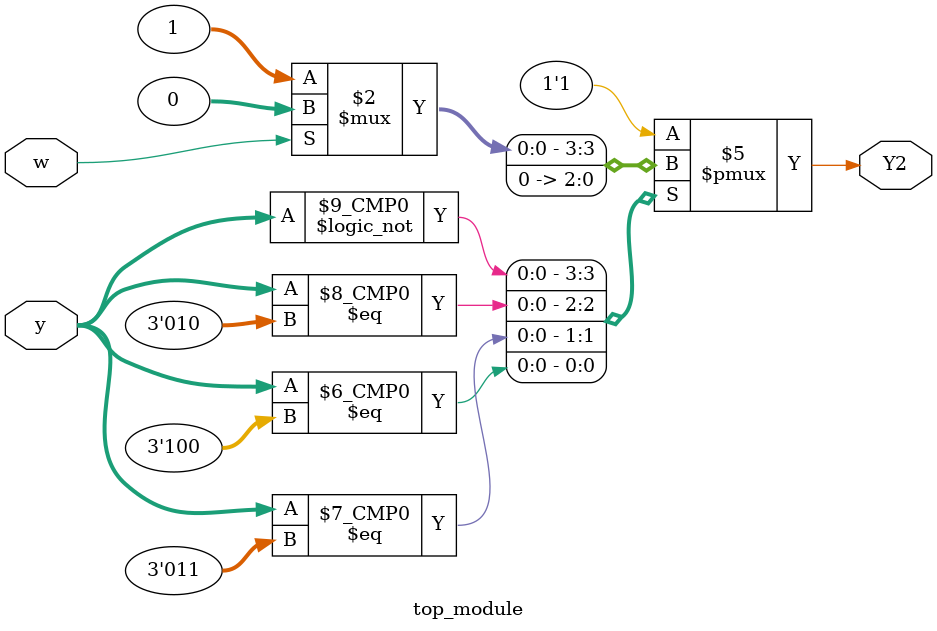
<source format=sv>
module top_module(
    input [3:1] y,
    input w,
    output reg Y2);

    always @(*) begin
        case (y)
            // Next state logic for Y2
            3'b000: Y2 = (w) ? 0 : 1;
            3'b001: Y2 = 1;
            3'b010: Y2 = 0;
            3'b011: Y2 = 0;
            3'b100: Y2 = 0;
            3'b101: Y2 = 1;
            default: Y2 = 1;
        endcase
    end

endmodule

</source>
